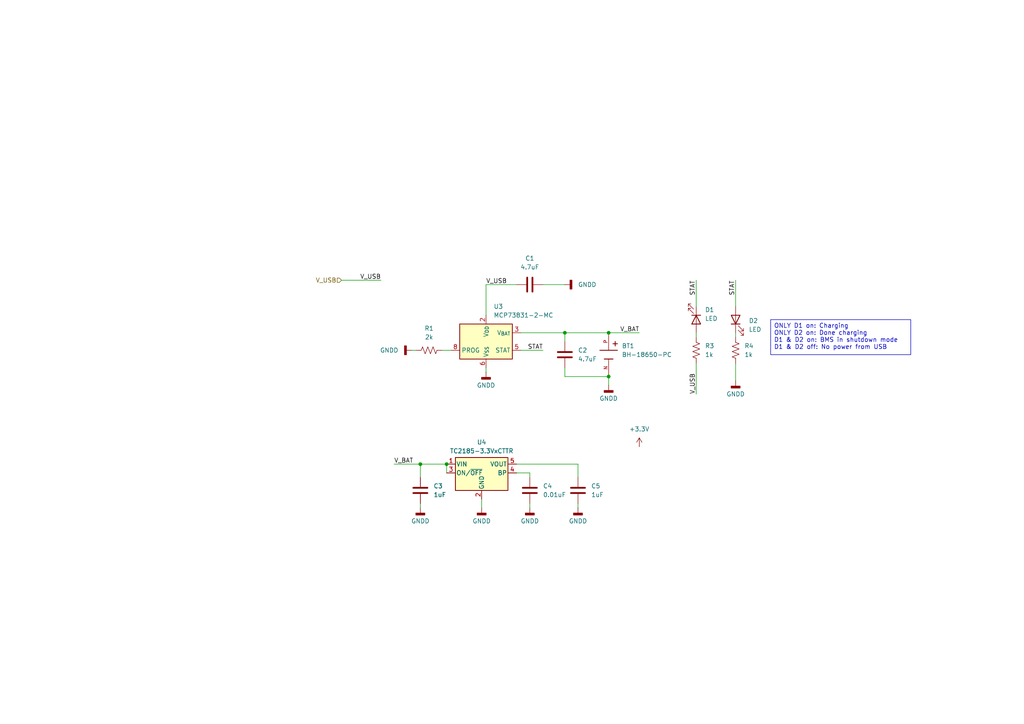
<source format=kicad_sch>
(kicad_sch (version 20231120) (generator "eeschema") (generator_version "8.0")
  (paper "A4")
  (lib_symbols
    (symbol "BH-18650-PC:BH-18650-PC" (pin_names (offset 1.016))
      (property "Reference" "BT" (at -3.81 3.81 0))
      (property "Value" "BH-18650-PC" (at -3.81 -5.08 0))
      (symbol "BH-18650-PC_0_0"
        (polyline (pts (xy -5.08 1.905) (xy -3.81 1.905)) (stroke (width 0.254)))
        (polyline (pts (xy -4.445 2.54) (xy -4.445 1.27)) (stroke (width 0.254)))
        (polyline (pts (xy -2.54 2.54) (xy -2.54 -2.54)) (stroke (width 0.254)))
        (polyline (pts (xy 0 1.27) (xy 0 -1.27)) (stroke (width 0.254)))
        (pin passive line (at 5.08 0 180) (length 5.08) (name "~") (number "N"))
        (pin passive line (at -7.62 0 0) (length 5.08) (name "~") (number "P"))
      )
    )
    (symbol "Battery_Management:MCP73831-2-MC"
      (property "Reference" "U" (at -7.62 6.35 0))
      (property "Value" "MCP73831-2-MC" (at 1.27 6.35 0))
      (symbol "MCP73831-2-MC_0_1"
        (rectangle (start -7.62 5.08) (end 7.62 -5.08) (stroke (width 0.254)) (fill (type background)))
      )
      (symbol "MCP73831-2-MC_1_1"
        (pin passive line (at 0 7.62 270) (length 2.54) hide (name "V_{DD}") (number "1"))
        (pin power_in line (at 0 7.62 270) (length 2.54) (name "V_{DD}") (number "2"))
        (pin power_out line (at 10.16 2.54 180) (length 2.54) (name "V_{BAT}") (number "3"))
        (pin passive line (at 10.16 2.54 180) (length 2.54) hide (name "V_{BAT}") (number "4"))
        (pin tri_state line (at 10.16 -2.54 180) (length 2.54) (name "STAT") (number "5"))
        (pin power_in line (at 0 -7.62 90) (length 2.54) (name "V_{SS}") (number "6"))
        (pin no_connect line (at -7.62 2.54 0) (length 2.54) hide (name "NC") (number "7"))
        (pin input line (at -10.16 -2.54 0) (length 2.54) (name "PROG") (number "8"))
      )
    )
    (symbol "Device:C" (pin_numbers hide) (pin_names (offset 0.254))
      (property "Reference" "C" (at 0.635 2.54 0))
      (property "Value" "C" (at 0.635 -2.54 0))
      (symbol "C_0_1"
        (polyline (pts (xy -2.032 -0.762) (xy 2.032 -0.762)) (stroke (width 0.508)))
        (polyline (pts (xy -2.032 0.762) (xy 2.032 0.762)) (stroke (width 0.508)))
      )
      (symbol "C_1_1"
        (pin passive line (at 0 3.81 270) (length 2.794) (name "~") (number "1"))
        (pin passive line (at 0 -3.81 90) (length 2.794) (name "~") (number "2"))
      )
    )
    (symbol "Device:LED" (pin_numbers hide) (pin_names (offset 1.016) hide)
      (property "Reference" "D" (at 0 2.54 0))
      (property "Value" "LED" (at 0 -2.54 0))
      (symbol "LED_0_1"
        (polyline (pts (xy -1.27 -1.27) (xy -1.27 1.27)) (stroke (width 0.254)))
        (polyline (pts (xy -1.27 0) (xy 1.27 0)))
        (polyline (pts (xy 1.27 -1.27) (xy 1.27 1.27) (xy -1.27 0) (xy 1.27 -1.27)) (stroke (width 0.254)))
        (polyline (pts (xy -3.048 -0.762) (xy -4.572 -2.286) (xy -3.81 -2.286) (xy -4.572 -2.286) (xy -4.572 -1.524)))
        (polyline (pts (xy -1.778 -0.762) (xy -3.302 -2.286) (xy -2.54 -2.286) (xy -3.302 -2.286) (xy -3.302 -1.524)))
      )
      (symbol "LED_1_1"
        (pin passive line (at -3.81 0 0) (length 2.54) (name "K") (number "1"))
        (pin passive line (at 3.81 0 180) (length 2.54) (name "A") (number "2"))
      )
    )
    (symbol "Device:R_US" (pin_numbers hide) (pin_names (offset 0))
      (property "Reference" "R" (at 2.54 0 90))
      (property "Value" "R_US" (at -2.54 0 90))
      (symbol "R_US_0_1"
        (polyline (pts (xy 0 -2.286) (xy 0 -2.54)))
        (polyline (pts (xy 0 2.286) (xy 0 2.54)))
        (polyline (pts (xy 0 -0.762) (xy 1.016 -1.143) (xy 0 -1.524) (xy -1.016 -1.905) (xy 0 -2.286)))
        (polyline (pts (xy 0 0.762) (xy 1.016 0.381) (xy 0 0) (xy -1.016 -0.381) (xy 0 -0.762)))
        (polyline (pts (xy 0 2.286) (xy 1.016 1.905) (xy 0 1.524) (xy -1.016 1.143) (xy 0 0.762)))
      )
      (symbol "R_US_1_1"
        (pin passive line (at 0 3.81 270) (length 1.27) (name "~") (number "1"))
        (pin passive line (at 0 -3.81 90) (length 1.27) (name "~") (number "2"))
      )
    )
    (symbol "Regulator_Linear:TC2185-3.3VxCTTR" (pin_names (offset 0.254))
      (property "Reference" "U" (at -6.35 5.715 0))
      (property "Value" "TC2185-3.3VxCTTR" (at 0 5.715 0))
      (symbol "TC2185-3.3VxCTTR_0_1"
        (rectangle (start -7.62 -5.08) (end 7.62 4.445) (stroke (width 0.254)) (fill (type background)))
      )
      (symbol "TC2185-3.3VxCTTR_1_1"
        (pin power_in line (at -10.16 2.54 0) (length 2.54) (name "VIN") (number "1"))
        (pin power_in line (at 0 -7.62 90) (length 2.54) (name "GND") (number "2"))
        (pin input line (at -10.16 0 0) (length 2.54) (name "ON/~{OFF}") (number "3"))
        (pin input line (at 10.16 0 180) (length 2.54) (name "BP") (number "4"))
        (pin power_out line (at 10.16 2.54 180) (length 2.54) (name "VOUT") (number "5"))
      )
    )
    (symbol "power:+3.3V" (power) (pin_numbers hide) (pin_names (offset 0) hide)
      (property "Value" "+3.3V" (at 0 3.556 0))
      (symbol "+3.3V_0_1"
        (polyline (pts (xy -0.762 1.27) (xy 0 2.54)))
        (polyline (pts (xy 0 0) (xy 0 2.54)))
        (polyline (pts (xy 0 2.54) (xy 0.762 1.27)))
      )
      (symbol "+3.3V_1_1"
        (pin power_in line (at 0 0 90) (length 0) (name "~") (number "1"))
      )
    )
    (symbol "power:GNDD" (power) (pin_numbers hide) (pin_names (offset 0) hide)
      (property "Value" "GNDD" (at 0 -3.175 0))
      (symbol "GNDD_0_1"
        (rectangle (start -1.27 -1.524) (end 1.27 -2.032) (stroke (width 0.254)) (fill (type outline)))
        (polyline (pts (xy 0 0) (xy 0 -1.524)))
      )
      (symbol "GNDD_1_1"
        (pin power_in line (at 0 0 270) (length 0) (name "~") (number "1"))
      )
    )
  )
  (junction (at 176.53 96.52))
  (junction (at 163.83 96.52))
  (junction (at 129.54 134.62))
  (junction (at 176.53 109.22))
  (junction (at 121.92 134.62))
  (wire (pts (xy 201.93 81.28) (xy 201.93 88.9)))
  (wire (pts (xy 167.64 146.05) (xy 167.64 147.32)))
  (wire (pts (xy 140.97 82.55) (xy 140.97 91.44)))
  (wire (pts (xy 213.36 96.52) (xy 213.36 97.79)))
  (wire (pts (xy 201.93 96.52) (xy 201.93 97.79)))
  (wire (pts (xy 163.83 109.22) (xy 176.53 109.22)))
  (wire (pts (xy 201.93 114.3) (xy 201.93 105.41)))
  (wire (pts (xy 163.83 106.68) (xy 163.83 109.22)))
  (wire (pts (xy 176.53 109.22) (xy 176.53 111.76)))
  (wire (pts (xy 129.54 134.62) (xy 129.54 137.16)))
  (wire (pts (xy 121.92 146.05) (xy 121.92 147.32)))
  (wire (pts (xy 121.92 138.43) (xy 121.92 134.62)))
  (wire (pts (xy 121.92 134.62) (xy 129.54 134.62)))
  (wire (pts (xy 157.48 101.6) (xy 151.13 101.6)))
  (wire (pts (xy 167.64 134.62) (xy 167.64 138.43)))
  (wire (pts (xy 163.83 96.52) (xy 163.83 99.06)))
  (wire (pts (xy 128.27 101.6) (xy 130.81 101.6)))
  (wire (pts (xy 149.86 137.16) (xy 153.67 137.16)))
  (wire (pts (xy 185.42 96.52) (xy 176.53 96.52)))
  (wire (pts (xy 149.86 134.62) (xy 167.64 134.62)))
  (wire (pts (xy 151.13 96.52) (xy 163.83 96.52)))
  (wire (pts (xy 140.97 107.95) (xy 140.97 106.68)))
  (wire (pts (xy 114.3 134.62) (xy 121.92 134.62)))
  (wire (pts (xy 149.86 82.55) (xy 140.97 82.55)))
  (wire (pts (xy 119.38 101.6) (xy 120.65 101.6)))
  (wire (pts (xy 139.7 147.32) (xy 139.7 144.78)))
  (wire (pts (xy 110.49 81.28) (xy 99.06 81.28)))
  (wire (pts (xy 213.36 81.28) (xy 213.36 88.9)))
  (wire (pts (xy 157.48 82.55) (xy 163.83 82.55)))
  (wire (pts (xy 213.36 105.41) (xy 213.36 110.49)))
  (wire (pts (xy 163.83 96.52) (xy 176.53 96.52)))
  (wire (pts (xy 153.67 137.16) (xy 153.67 138.43)))
  (wire (pts (xy 153.67 147.32) (xy 153.67 146.05)))
  (text_box "ONLY D1 on: Charging\nONLY D2 on: Done charging\nD1 & D2 on: BMS in shutdown mode\nD1 & D2 off: No power from USB" (at 223.52 92.71 0) (size 40.64 10.16) (effects (font (size 1.27 1.27)) (justify left top)))
  (label "STAT" (at 201.93 81.28 270))
  (label "V_BAT" (at 114.3 134.62 0))
  (label "V_USB" (at 140.97 82.55 0))
  (label "STAT" (at 213.36 81.28 270))
  (label "V_BAT" (at 185.42 96.52 180))
  (label "STAT" (at 157.48 101.6 180))
  (label "V_USB" (at 110.49 81.28 180))
  (label "V_USB" (at 201.93 114.3 90))
  (hierarchical_label "V_USB" (shape input) (at 99.06 81.28 180))
  (symbol (lib_id "power:GNDD") (at 167.64 147.32 0) (unit 1)
    (property "Reference" "#PWR017" (effects (hide yes)))
    (property "Value" "GNDD" (at 167.64 151.13 0))
    (property "Description" "Power symbol creates a global label with name \"GNDD\" , digital ground" (effects (hide yes)))
  )
  (symbol (lib_id "Device:LED") (at 213.36 92.71 90) (unit 1)
    (property "Reference" "D2" (at 217.17 93.0274 90) (effects (justify right)))
    (property "Value" "LED" (at 217.17 95.5674 90) (effects (justify right)))
    (property "Footprint" "LED_SMD:LED_0603_1608Metric_Pad1.05x0.95mm_HandSolder" (effects (hide yes)))
    (property "Description" "Light emitting diode" (effects (hide yes)))
  )
  (symbol (lib_id "power:GNDD") (at 139.7 147.32 0) (unit 1)
    (property "Reference" "#PWR014" (effects (hide yes)))
    (property "Value" "GNDD" (at 139.7 151.13 0))
    (property "Description" "Power symbol creates a global label with name \"GNDD\" , digital ground" (effects (hide yes)))
  )
  (symbol (lib_id "power:GNDD") (at 140.97 107.95 0) (unit 1)
    (property "Reference" "#PWR05" (effects (hide yes)))
    (property "Value" "GNDD" (at 140.97 111.76 0))
    (property "Description" "Power symbol creates a global label with name \"GNDD\" , digital ground" (effects (hide yes)))
  )
  (symbol (lib_id "power:+3.3V") (at 185.42 129.54 0) (unit 1)
    (property "Reference" "#PWR018" (effects (hide yes)))
    (property "Value" "+3.3V" (at 185.42 124.46 0))
    (property "Description" "Power symbol creates a global label with name \"+3.3V\"" (effects (hide yes)))
  )
  (symbol (lib_id "power:GNDD") (at 119.38 101.6 270) (unit 1)
    (property "Reference" "#PWR010" (effects (hide yes)))
    (property "Value" "GNDD" (at 115.57 101.5999 90) (effects (justify right)))
    (property "Description" "Power symbol creates a global label with name \"GNDD\" , digital ground" (effects (hide yes)))
  )
  (symbol (lib_id "BH-18650-PC:BH-18650-PC") (at 176.53 104.14 270) (unit 1)
    (property "Reference" "BT1" (at 180.34 100.3299 90) (effects (justify left)))
    (property "Value" "BH-18650-PC" (at 180.34 102.8699 90) (effects (justify left)))
    (property "Footprint" "Battery:BatteryHolder_MPD_BH-18650-PC2" (effects (hide yes)))
    (property "PARTREV" "05/17/19" (effects (hide yes)))
    (property "STANDARD" "Manufacturer Recommendation" (effects (hide yes)))
    (property "MAXIMUM_PACKAGE_HEIGHT" "21.31mm" (effects (hide yes)))
    (property "MANUFACTURER" "MPD" (effects (hide yes)))
  )
  (symbol (lib_id "Device:C") (at 121.92 142.24 0) (unit 1)
    (property "Reference" "C3" (at 125.73 140.9699 0) (effects (justify left)))
    (property "Value" "1uF" (at 125.73 143.5099 0) (effects (justify left)))
    (property "Footprint" "Capacitor_SMD:C_0603_1608Metric_Pad1.08x0.95mm_HandSolder" (effects (hide yes)))
    (property "Description" "Unpolarized capacitor" (effects (hide yes)))
  )
  (symbol (lib_id "power:GNDD") (at 121.92 147.32 0) (unit 1)
    (property "Reference" "#PWR015" (effects (hide yes)))
    (property "Value" "GNDD" (at 121.92 151.13 0))
    (property "Description" "Power symbol creates a global label with name \"GNDD\" , digital ground" (effects (hide yes)))
  )
  (symbol (lib_id "Device:C") (at 153.67 142.24 0) (unit 1)
    (property "Reference" "C4" (at 157.48 140.9699 0) (effects (justify left)))
    (property "Value" "0.01uF" (at 157.48 143.5099 0) (effects (justify left)))
    (property "Footprint" "Capacitor_SMD:C_0603_1608Metric_Pad1.08x0.95mm_HandSolder" (effects (hide yes)))
    (property "Description" "Unpolarized capacitor" (effects (hide yes)))
  )
  (symbol (lib_id "Device:C") (at 167.64 142.24 0) (unit 1)
    (property "Reference" "C5" (at 171.45 140.9699 0) (effects (justify left)))
    (property "Value" "1uF" (at 171.45 143.5099 0) (effects (justify left)))
    (property "Footprint" "Capacitor_SMD:C_0603_1608Metric_Pad1.08x0.95mm_HandSolder" (effects (hide yes)))
    (property "Description" "Unpolarized capacitor" (effects (hide yes)))
  )
  (symbol (lib_id "power:GNDD") (at 153.67 147.32 0) (unit 1)
    (property "Reference" "#PWR016" (effects (hide yes)))
    (property "Value" "GNDD" (at 153.67 151.13 0))
    (property "Description" "Power symbol creates a global label with name \"GNDD\" , digital ground" (effects (hide yes)))
  )
  (symbol (lib_id "power:GNDD") (at 213.36 110.49 0) (unit 1)
    (property "Reference" "#PWR012" (effects (hide yes)))
    (property "Value" "GNDD" (at 213.36 114.3 0))
    (property "Description" "Power symbol creates a global label with name \"GNDD\" , digital ground" (effects (hide yes)))
  )
  (symbol (lib_id "Regulator_Linear:TC2185-3.3VxCTTR") (at 139.7 137.16 0) (unit 1)
    (property "Reference" "U4" (at 139.7 128.27 0))
    (property "Value" "TC2185-3.3VxCTTR" (at 139.7 130.81 0))
    (property "Footprint" "Package_TO_SOT_SMD:SOT-23-5" (effects (hide yes)))
    (property "Datasheet" "http://ww1.microchip.com/downloads/en/DeviceDoc/21662F.pdf" (effects (hide yes)))
    (property "Description" "3.3V 150mA CMOS LDO with Shutdown and Vref Bypass, SOT-23-5" (effects (hide yes)))
  )
  (symbol (lib_id "Battery_Management:MCP73831-2-MC") (at 140.97 99.06 0) (unit 1)
    (property "Reference" "U3" (at 143.1641 88.9 0) (effects (justify left)))
    (property "Value" "MCP73831-2-MC" (at 143.1641 91.44 0) (effects (justify left)))
    (property "Footprint" "Package_DFN_QFN:DFN-8-1EP_3x2mm_P0.5mm_EP1.7x1.4mm" (effects (hide yes)))
    (property "Datasheet" "http://ww1.microchip.com/downloads/en/DeviceDoc/20001984g.pdf" (effects (hide yes)))
    (property "Description" "Single cell, Li-Ion/Li-Po charge management controller, 4.20V, Tri-State Status Output, in DFN-8 package" (effects (hide yes)))
  )
  (symbol (lib_id "power:GNDD") (at 163.83 82.55 90) (unit 1)
    (property "Reference" "#PWR011" (effects (hide yes)))
    (property "Value" "GNDD" (at 167.64 82.5499 90) (effects (justify right)))
    (property "Description" "Power symbol creates a global label with name \"GNDD\" , digital ground" (effects (hide yes)))
  )
  (symbol (lib_id "Device:LED") (at 201.93 92.71 270) (unit 1)
    (property "Reference" "D1" (at 204.47 89.8524 90) (effects (justify left)))
    (property "Value" "LED" (at 204.47 92.3924 90) (effects (justify left)))
    (property "Footprint" "LED_SMD:LED_0603_1608Metric_Pad1.05x0.95mm_HandSolder" (effects (hide yes)))
    (property "Description" "Light emitting diode" (effects (hide yes)))
  )
  (symbol (lib_id "Device:C") (at 153.67 82.55 90) (unit 1)
    (property "Reference" "C1" (at 153.67 74.93 90))
    (property "Value" "4.7uF" (at 153.67 77.47 90))
    (property "Footprint" "Capacitor_SMD:C_0603_1608Metric_Pad1.08x0.95mm_HandSolder" (effects (hide yes)))
    (property "Description" "Unpolarized capacitor" (effects (hide yes)))
  )
  (symbol (lib_id "Device:R_US") (at 213.36 101.6 0) (unit 1)
    (property "Reference" "R4" (at 215.9 100.3299 0) (effects (justify left)))
    (property "Value" "1k" (at 215.9 102.8699 0) (effects (justify left)))
    (property "Footprint" "Resistor_SMD:R_0603_1608Metric_Pad0.98x0.95mm_HandSolder" (effects (hide yes)))
    (property "Description" "Resistor, US symbol" (effects (hide yes)))
  )
  (symbol (lib_id "Device:R_US") (at 201.93 101.6 0) (unit 1)
    (property "Reference" "R3" (at 204.47 100.3299 0) (effects (justify left)))
    (property "Value" "1k" (at 204.47 102.8699 0) (effects (justify left)))
    (property "Footprint" "Resistor_SMD:R_0603_1608Metric_Pad0.98x0.95mm_HandSolder" (effects (hide yes)))
    (property "Description" "Resistor, US symbol" (effects (hide yes)))
  )
  (symbol (lib_id "power:GNDD") (at 176.53 111.76 0) (unit 1)
    (property "Reference" "#PWR06" (effects (hide yes)))
    (property "Value" "GNDD" (at 176.53 115.57 0))
    (property "Description" "Power symbol creates a global label with name \"GNDD\" , digital ground" (effects (hide yes)))
  )
  (symbol (lib_id "Device:C") (at 163.83 102.87 0) (unit 1)
    (property "Reference" "C2" (at 167.64 101.5999 0) (effects (justify left)))
    (property "Value" "4.7uF" (at 167.64 104.1399 0) (effects (justify left)))
    (property "Footprint" "Capacitor_SMD:C_0603_1608Metric_Pad1.08x0.95mm_HandSolder" (effects (hide yes)))
    (property "Description" "Unpolarized capacitor" (effects (hide yes)))
  )
  (symbol (lib_id "Device:R_US") (at 124.46 101.6 270) (unit 1)
    (property "Reference" "R1" (at 124.46 95.25 90))
    (property "Value" "2k" (at 124.46 97.79 90))
    (property "Footprint" "Resistor_SMD:R_0603_1608Metric_Pad0.98x0.95mm_HandSolder" (effects (hide yes)))
    (property "Description" "Resistor, US symbol" (effects (hide yes)))
  )
)
</source>
